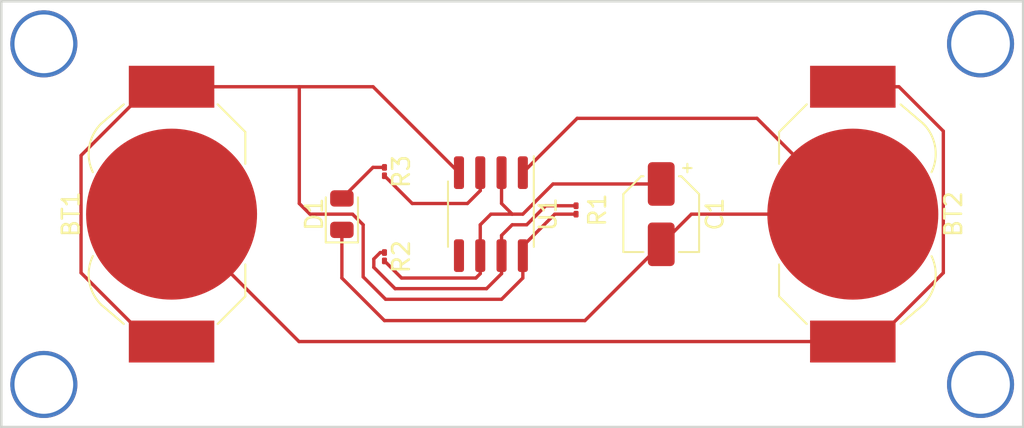
<source format=kicad_pcb>
(kicad_pcb (version 20211014) (generator pcbnew)
  (title_block (title "555 Timer LED Flasher") (date "2020-05-24") (rev "V1.0") (company "www.ArnabKumarDas.com") (comment 1 "Open Source Project"))
  (layers (0 "F.Cu" signal) (31 "B.Cu" signal) (34 "B.Paste" user) (35 "F.Paste" user) (36 "B.SilkS" user "B.Silkscreen") (37 "F.SilkS" user "F.Silkscreen") (38 "B.Mask" user) (39 "F.Mask" user) (44 "Edge.Cuts" user))
  (net 0 "")
  (net 1 "VCC")
  (net 2 "Net-(BT1-Pad2)")
  (net 3 "GND")
  (net 4 "Net-(C1-Pad1)")
  (net 5 "Net-(D1-Pad2)")
  (net 6 "Net-(R1-Pad2)")
  (net 7 "Net-(R3-Pad2)")
  (net 8 "Net-(U1-Pad5)")
  (footprint "Battery:BatteryHolder_LINX_BAT-HLD-012-SMT" (layer "F.Cu") (at 127.496979 99.350983 -90)
    (fp_text reference "BT1" (at 0 6 -90) (layer "F.SilkS"))
    (fp_text value "Battery_Cell")
    (fp_line (start -4.9 -4.4) (end -3 -4.4) (layer "F.SilkS") (width 0.12))
    (fp_line (start -6.55 -2.75) (end -4.9 -4.4) (layer "F.SilkS") (width 0.12))
    (fp_line (start -6.55 2.85) (end -5.4 4.2) (layer "F.SilkS") (width 0.12))
    (fp_line (start 4.9 -4.4) (end 6.55 -2.75) (layer "F.SilkS") (width 0.12))
    (fp_line (start 6.55 2.85) (end 5.4 4.2) (layer "F.SilkS") (width 0.12))
    (fp_line (start 4.9 -4.4) (end 3 -4.4) (layer "F.SilkS") (width 0.12))
    (fp_arc (start -2.504098 4.697607) (mid -4.031094 4.908816) (end -5.4 4.2) (layer "F.SilkS") (width 0.12))
    (fp_arc (start 5.4 4.2) (mid 4.029781 4.909041) (end 2.501694 4.696459) (layer "F.SilkS") (width 0.12))
    (pad "1" smd rect locked (at 7.6 0 270) (size 2.5 5.1) (layers "F.Cu" "F.Paste" "F.Mask") (net 1 "VCC"))
    (pad "1" smd rect locked (at -7.6 0 270) (size 2.5 5.1) (layers "F.Cu" "F.Paste" "F.Mask") (net 1 "VCC"))
    (pad "2" smd circle locked (at 0 0 270) (size 10.2 10.2) (layers "F.Cu" "F.Mask") (net 2 "Net-(BT1-Pad2)"))
  )
  (footprint "Battery:BatteryHolder_LINX_BAT-HLD-012-SMT" (layer "F.Cu") (at 168.136979 99.350983 90)
    (fp_text reference "BT2" (at 0 6 90) (layer "F.SilkS"))
    (fp_text value "Battery_Cell")
    (fp_line (start 4.9 -4.4) (end 3 -4.4) (layer "F.SilkS") (width 0.12))
    (fp_line (start 6.55 2.85) (end 5.4 4.2) (layer "F.SilkS") (width 0.12))
    (fp_line (start 4.9 -4.4) (end 6.55 -2.75) (layer "F.SilkS") (width 0.12))
    (fp_line (start -6.55 2.85) (end -5.4 4.2) (layer "F.SilkS") (width 0.12))
    (fp_line (start -6.55 -2.75) (end -4.9 -4.4) (layer "F.SilkS") (width 0.12))
    (fp_line (start -4.9 -4.4) (end -3 -4.4) (layer "F.SilkS") (width 0.12))
    (fp_arc (start 5.4 4.2) (mid 4.029781 4.909041) (end 2.501694 4.696459) (layer "F.SilkS") (width 0.12))
    (fp_arc (start -2.504098 4.697607) (mid -4.031094 4.908816) (end -5.4 4.2) (layer "F.SilkS") (width 0.12))
    (pad "1" smd rect locked (at 7.6 0 90) (size 2.5 5.1) (layers "F.Cu" "F.Paste" "F.Mask") (net 2 "Net-(BT1-Pad2)"))
    (pad "1" smd rect locked (at -7.6 0 90) (size 2.5 5.1) (layers "F.Cu" "F.Paste" "F.Mask") (net 2 "Net-(BT1-Pad2)"))
    (pad "2" smd circle locked (at 0 0 90) (size 10.2 10.2) (layers "F.Cu" "F.Mask") (net 3 "GND"))
  )
  (footprint "LED_SMD:LED_0805_2012Metric" (layer "F.Cu") (at 137.656979 99.350983 90)
    (fp_text reference "D1" (at 0 -1.65 90) (layer "F.SilkS"))
    (fp_text value "LED")
    (fp_line (start -1.685 -0.96) (end -1.685 0.96) (layer "F.SilkS") (width 0.12))
    (fp_line (start 1 -0.96) (end -1.685 -0.96) (layer "F.SilkS") (width 0.12))
    (fp_line (start -1.685 0.96) (end 1 0.96) (layer "F.SilkS") (width 0.12))
    (pad "1" smd roundrect locked (at -0.9375 0 90) (size 0.975 1.4) (layers "F.Cu" "F.Paste" "F.Mask") (net 3 "GND"))
    (pad "2" smd roundrect locked (at 0.9375 0 90) (size 0.975 1.4) (layers "F.Cu" "F.Paste" "F.Mask") (net 5 "Net-(D1-Pad2)"))
  )
  (footprint "Resistor_SMD:R_01005_0402Metric" (layer "F.Cu") (at 151.626979 99.100983 90)
    (fp_text reference "R1" (at 0 1.27 90) (layer "F.SilkS"))
    (fp_text value "1K")
    (pad "1" smd roundrect locked (at -0.25 0 90) (size 0.4 0.3) (layers "F.Cu" "F.Mask") (net 1 "VCC"))
    (pad "2" smd roundrect locked (at 0.25 0 90) (size 0.4 0.3) (layers "F.Cu" "F.Mask") (net 6 "Net-(R1-Pad2)"))
  )
  (footprint "Resistor_SMD:R_01005_0402Metric" (layer "F.Cu") (at 140.196979 101.890983 -90)
    (fp_text reference "R2" (at 0 -1 -90) (layer "F.SilkS"))
    (fp_text value "470K")
    (pad "1" smd roundrect locked (at -0.25 0 270) (size 0.4 0.3) (layers "F.Cu" "F.Mask") (net 6 "Net-(R1-Pad2)"))
    (pad "2" smd roundrect locked (at 0.25 0 270) (size 0.4 0.3) (layers "F.Cu" "F.Mask") (net 4 "Net-(C1-Pad1)"))
  )
  (footprint "Resistor_SMD:R_01005_0402Metric" (layer "F.Cu") (at 140.196979 96.810983 -90)
    (fp_text reference "R3" (at 0 -1 -90) (layer "F.SilkS"))
    (fp_text value "1K")
    (pad "1" smd roundrect locked (at -0.25 0 270) (size 0.4 0.3) (layers "F.Cu" "F.Mask") (net 5 "Net-(D1-Pad2)"))
    (pad "2" smd roundrect locked (at 0.25 0 270) (size 0.4 0.3) (layers "F.Cu" "F.Mask") (net 7 "Net-(R3-Pad2)"))
  )
  (footprint "Package_SO:SOIC-8_3.9x4.9mm_P1.27mm" (layer "F.Cu") (at 146.546979 99.350983 -90)
    (fp_text reference "U1" (at 0 -3.4 -90) (layer "F.SilkS"))
    (fp_text value "NE555D")
    (fp_line (start 0 -2.56) (end 1.95 -2.56) (layer "F.SilkS") (width 0.12))
    (fp_line (start 0 -2.56) (end -3.45 -2.56) (layer "F.SilkS") (width 0.12))
    (fp_line (start 0 2.56) (end 1.95 2.56) (layer "F.SilkS") (width 0.12))
    (fp_line (start 0 2.56) (end -1.95 2.56) (layer "F.SilkS") (width 0.12))
    (pad "1" smd roundrect locked (at -2.475 -1.905 270) (size 1.95 0.6) (layers "F.Cu" "F.Paste" "F.Mask") (net 3 "GND"))
    (pad "2" smd roundrect locked (at -2.475 -0.635 270) (size 1.95 0.6) (layers "F.Cu" "F.Paste" "F.Mask") (net 4 "Net-(C1-Pad1)"))
    (pad "3" smd roundrect locked (at -2.475 0.635 270) (size 1.95 0.6) (layers "F.Cu" "F.Paste" "F.Mask") (net 7 "Net-(R3-Pad2)"))
    (pad "4" smd roundrect locked (at -2.475 1.905 270) (size 1.95 0.6) (layers "F.Cu" "F.Paste" "F.Mask") (net 1 "VCC"))
    (pad "5" smd roundrect locked (at 2.475 1.905 270) (size 1.95 0.6) (layers "F.Cu" "F.Paste" "F.Mask") (net 8 "Net-(U1-Pad5)"))
    (pad "6" smd roundrect locked (at 2.475 0.635 270) (size 1.95 0.6) (layers "F.Cu" "F.Paste" "F.Mask") (net 4 "Net-(C1-Pad1)"))
    (pad "7" smd roundrect locked (at 2.475 -0.635 270) (size 1.95 0.6) (layers "F.Cu" "F.Paste" "F.Mask") (net 6 "Net-(R1-Pad2)"))
    (pad "8" smd roundrect locked (at 2.475 -1.905 270) (size 1.95 0.6) (layers "F.Cu" "F.Paste" "F.Mask") (net 1 "VCC"))
  )
  (footprint "Capacitor_SMD:CP_Elec_4x3" (layer "F.Cu") (at 156.706979 99.350983 -90)
    (fp_text reference "C1" (at 0 -3.2 -90) (layer "F.SilkS"))
    (fp_text value "CP")
    (fp_line (start -2.75 -1.81) (end -2.75 -1.31) (layer "F.SilkS") (width 0.12))
    (fp_line (start -3 -1.56) (end -2.5 -1.56) (layer "F.SilkS") (width 0.12))
    (fp_line (start -1.195563 -2.26) (end 2.26 -2.26) (layer "F.SilkS") (width 0.12))
    (fp_line (start -2.26 1.195563) (end -2.26 1.06) (layer "F.SilkS") (width 0.12))
    (fp_line (start -2.26 -1.195563) (end -2.26 -1.06) (layer "F.SilkS") (width 0.12))
    (fp_line (start 2.26 2.26) (end 2.26 1.06) (layer "F.SilkS") (width 0.12))
    (fp_line (start -1.195563 2.26) (end 2.26 2.26) (layer "F.SilkS") (width 0.12))
    (fp_line (start 2.26 -2.26) (end 2.26 -1.06) (layer "F.SilkS") (width 0.12))
    (fp_line (start -2.26 1.195563) (end -1.195563 2.26) (layer "F.SilkS") (width 0.12))
    (fp_line (start -2.26 -1.195563) (end -1.195563 -2.26) (layer "F.SilkS") (width 0.12))
    (pad "1" smd roundrect locked (at -1.8 0 270) (size 2.6 1.6) (layers "F.Cu" "F.Paste" "F.Mask") (roundrect_rratio 0.15625) (net 4 "Net-(C1-Pad1)"))
    (pad "2" smd roundrect locked (at 1.8 0 270) (size 2.6 1.6) (layers "F.Cu" "F.Paste" "F.Mask") (roundrect_rratio 0.15625) (net 3 "GND"))
  )
  (gr_line (start 117.336979 112.050983) (end 117.336979 86.650983) (layer "Edge.Cuts") (width 0.15))
  (gr_line (start 117.336979 86.650983) (end 178.296979 86.650983) (layer "Edge.Cuts") (width 0.15))
  (gr_line (start 178.296979 86.650983) (end 178.296979 112.050983) (layer "Edge.Cuts") (width 0.15))
  (gr_line (start 178.296979 112.050983) (end 117.336979 112.050983) (layer "Edge.Cuts") (width 0.15))
  (via (at 119.876979 109.510983) (size 4) (drill 3.5) (layers "F.Cu" "B.Cu") (net 0))
  (via (at 119.876979 89.190983) (size 4) (drill 3.5) (layers "F.Cu" "B.Cu") (net 0))
  (via (at 175.756979 89.190983) (size 4) (drill 3.5) (layers "F.Cu" "B.Cu") (net 0))
  (via (at 175.756979 109.510983) (size 4) (drill 3.5) (layers "F.Cu" "B.Cu") (net 0))
  (segment (start 138.926979 103.091682) (end 138.926979 99.985983) (width 0.2) (layer "F.Cu") (net 1))
  (segment (start 126.196979 91.750983) (end 122.096978 95.850984) (width 0.2) (layer "F.Cu") (net 1))
  (segment (start 138.926979 99.985983) (end 138.291979 99.350983) (width 0.2) (layer "F.Cu") (net 1))
  (segment (start 147.181979 104.430983) (end 140.26628 104.430983) (width 0.2) (layer "F.Cu") (net 1))
  (segment (start 140.26628 104.430983) (end 138.926979 103.091682) (width 0.2) (layer "F.Cu") (net 1))
  (segment (start 135.116979 91.750983) (end 139.516979 91.750983) (width 0.2) (layer "F.Cu") (net 1))
  (segment (start 126.196979 106.950983) (end 127.496979 106.950983) (width 0.2) (layer "F.Cu") (net 1))
  (segment (start 135.116979 98.715983) (end 135.116979 91.750983) (width 0.2) (layer "F.Cu") (net 1))
  (segment (start 127.496979 91.750983) (end 126.196979 91.750983) (width 0.2) (layer "F.Cu") (net 1))
  (segment (start 138.291979 99.350983) (end 135.751979 99.350983) (width 0.2) (layer "F.Cu") (net 1))
  (segment (start 148.451979 101.825983) (end 148.451979 103.160983) (width 0.2) (layer "F.Cu") (net 1))
  (segment (start 148.451979 103.160983) (end 147.181979 104.430983) (width 0.2) (layer "F.Cu") (net 1))
  (segment (start 148.451979 101.825983) (end 148.451979 101.255983) (width 0.2) (layer "F.Cu") (net 1))
  (segment (start 150.356979 99.350983) (end 151.626979 99.350983) (width 0.2) (layer "F.Cu") (net 1))
  (segment (start 148.451979 101.255983) (end 150.356979 99.350983) (width 0.2) (layer "F.Cu") (net 1))
  (segment (start 122.096978 102.850982) (end 126.196979 106.950983) (width 0.2) (layer "F.Cu") (net 1))
  (segment (start 139.516979 91.750983) (end 144.641979 96.875983) (width 0.2) (layer "F.Cu") (net 1))
  (segment (start 135.751979 99.350983) (end 135.116979 98.715983) (width 0.2) (layer "F.Cu") (net 1))
  (segment (start 122.096978 95.850984) (end 122.096978 102.850982) (width 0.2) (layer "F.Cu") (net 1))
  (segment (start 127.496979 91.750983) (end 135.116979 91.750983) (width 0.2) (layer "F.Cu") (net 1))
  (segment (start 168.136979 91.750983) (end 170.886979 91.750983) (width 0.2) (layer "F.Cu") (net 2))
  (segment (start 127.496979 99.350983) (end 135.096979 106.950983) (width 0.2) (layer "F.Cu") (net 2))
  (segment (start 135.096979 106.950983) (end 168.136979 106.950983) (width 0.2) (layer "F.Cu") (net 2))
  (segment (start 169.436979 106.950983) (end 168.136979 106.950983) (width 0.2) (layer "F.Cu") (net 2))
  (segment (start 173.53698 94.400984) (end 173.53698 102.850982) (width 0.2) (layer "F.Cu") (net 2))
  (segment (start 170.886979 91.750983) (end 173.53698 94.400984) (width 0.2) (layer "F.Cu") (net 2))
  (segment (start 173.53698 102.850982) (end 169.436979 106.950983) (width 0.2) (layer "F.Cu") (net 2))
  (segment (start 137.656979 103.160983) (end 140.196979 105.700983) (width 0.2) (layer "F.Cu") (net 3))
  (segment (start 151.691979 93.635983) (end 162.421979 93.635983) (width 0.2) (layer "F.Cu") (net 3))
  (segment (start 163.03698 94.250984) (end 168.136979 99.350983) (width 0.2) (layer "F.Cu") (net 3))
  (segment (start 156.706979 101.150983) (end 158.506979 99.350983) (width 0.2) (layer "F.Cu") (net 3))
  (segment (start 152.156979 105.700983) (end 156.706979 101.150983) (width 0.2) (layer "F.Cu") (net 3))
  (segment (start 158.506979 99.350983) (end 168.136979 99.350983) (width 0.2) (layer "F.Cu") (net 3))
  (segment (start 140.196979 105.700983) (end 152.156979 105.700983) (width 0.2) (layer "F.Cu") (net 3))
  (segment (start 137.656979 100.288483) (end 137.656979 103.160983) (width 0.2) (layer "F.Cu") (net 3))
  (segment (start 148.451979 96.875983) (end 151.691979 93.635983) (width 0.2) (layer "F.Cu") (net 3))
  (segment (start 162.421979 93.635983) (end 163.03698 94.250984) (width 0.2) (layer "F.Cu") (net 3))
  (segment (start 141.216979 103.160983) (end 145.651979 103.160983) (width 0.2) (layer "F.Cu") (net 4))
  (segment (start 150.251979 97.550983) (end 148.451979 99.350983) (width 0.2) (layer "F.Cu") (net 4))
  (segment (start 146.546979 99.350983) (end 145.911979 99.985983) (width 0.2) (layer "F.Cu") (net 4))
  (segment (start 140.196979 102.140983) (end 141.216979 103.160983) (width 0.2) (layer "F.Cu") (net 4))
  (segment (start 147.816979 99.350983) (end 146.546979 99.350983) (width 0.2) (layer "F.Cu") (net 4))
  (segment (start 156.706979 97.550983) (end 150.251979 97.550983) (width 0.2) (layer "F.Cu") (net 4))
  (segment (start 145.651979 103.160983) (end 145.911979 102.900983) (width 0.2) (layer "F.Cu") (net 4))
  (segment (start 147.816979 99.350983) (end 147.181979 98.715983) (width 0.2) (layer "F.Cu") (net 4))
  (segment (start 145.911979 99.985983) (end 145.911979 101.825983) (width 0.2) (layer "F.Cu") (net 4))
  (segment (start 148.451979 99.350983) (end 147.816979 99.350983) (width 0.2) (layer "F.Cu") (net 4))
  (segment (start 145.911979 102.900983) (end 145.911979 101.825983) (width 0.2) (layer "F.Cu") (net 4))
  (segment (start 147.181979 98.715983) (end 147.181979 96.875983) (width 0.2) (layer "F.Cu") (net 4))
  (segment (start 140.196979 96.560983) (end 139.509479 96.560983) (width 0.2) (layer "F.Cu") (net 5))
  (segment (start 139.509479 96.560983) (end 137.656979 98.413483) (width 0.2) (layer "F.Cu") (net 5))
  (segment (start 140.196979 101.640983) (end 139.946979 101.640983) (width 0.2) (layer "F.Cu") (net 6))
  (segment (start 151.626979 98.850983) (end 149.815567 98.850983) (width 0.2) (layer "F.Cu") (net 6))
  (segment (start 148.680567 99.985983) (end 147.816979 99.985983) (width 0.2) (layer "F.Cu") (net 6))
  (segment (start 147.816979 99.985983) (end 147.181979 100.620983) (width 0.2) (layer "F.Cu") (net 6))
  (segment (start 139.561979 102.525983) (end 140.831978 103.795982) (width 0.2) (layer "F.Cu") (net 6))
  (segment (start 139.946979 101.640983) (end 139.561979 102.025983) (width 0.2) (layer "F.Cu") (net 6))
  (segment (start 147.181979 102.900983) (end 147.181979 101.825983) (width 0.2) (layer "F.Cu") (net 6))
  (segment (start 139.561979 102.025983) (end 139.561979 102.525983) (width 0.2) (layer "F.Cu") (net 6))
  (segment (start 149.815567 98.850983) (end 148.680567 99.985983) (width 0.2) (layer "F.Cu") (net 6))
  (segment (start 146.28698 103.795982) (end 147.181979 102.900983) (width 0.2) (layer "F.Cu") (net 6))
  (segment (start 140.831978 103.795982) (end 146.28698 103.795982) (width 0.2) (layer "F.Cu") (net 6))
  (segment (start 147.181979 100.620983) (end 147.181979 101.825983) (width 0.2) (layer "F.Cu") (net 6))
  (segment (start 141.851979 98.715983) (end 145.146979 98.715983) (width 0.2) (layer "F.Cu") (net 7))
  (segment (start 145.911979 97.950983) (end 145.911979 96.875983) (width 0.2) (layer "F.Cu") (net 7))
  (segment (start 145.146979 98.715983) (end 145.911979 97.950983) (width 0.2) (layer "F.Cu") (net 7))
  (segment (start 140.196979 97.060983) (end 141.851979 98.715983) (width 0.2) (layer "F.Cu") (net 7))
)
</source>
